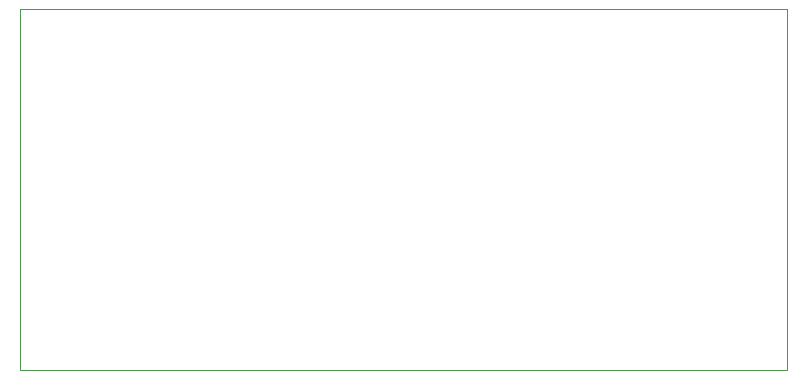
<source format=gm1>
%TF.GenerationSoftware,KiCad,Pcbnew,9.0.0*%
%TF.CreationDate,2025-08-08T17:30:59+02:00*%
%TF.ProjectId,audioVisualizer_PCB,61756469-6f56-4697-9375-616c697a6572,rev?*%
%TF.SameCoordinates,Original*%
%TF.FileFunction,Profile,NP*%
%FSLAX46Y46*%
G04 Gerber Fmt 4.6, Leading zero omitted, Abs format (unit mm)*
G04 Created by KiCad (PCBNEW 9.0.0) date 2025-08-08 17:30:59*
%MOMM*%
%LPD*%
G01*
G04 APERTURE LIST*
%TA.AperFunction,Profile*%
%ADD10C,0.050000*%
%TD*%
G04 APERTURE END LIST*
D10*
X109500000Y-41500000D02*
X174500000Y-41500000D01*
X174500000Y-72000000D01*
X109500000Y-72000000D01*
X109500000Y-41500000D01*
M02*

</source>
